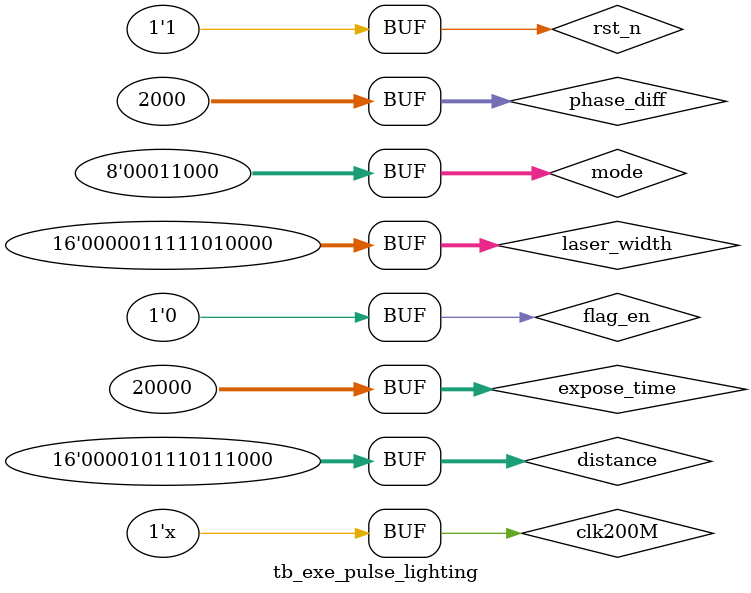
<source format=v>
`timescale 1ns / 1ps

module tb_exe_pulse_lighting(); 
   //ÏµÍ³ÐÅºÅ
    reg                     clk200M             ;           //200MÊ±ÖÓÊäÈë
    reg                     rst_n               ;           //¸´Î»£¬µÍµçÆ½ÓÐÐ§
    //ÃüÁîÊäÈë
    reg             [ 7:0]  mode                ;           //¹¤×÷Ä£Ê½
    reg             [15:0]  distance            ;           //¼¤¹â²â¾àÖµ(m)
    reg             [31:0]  phase_diff          ;           //ÏàÎ»Æ«²î(5ns)
    reg             [31:0]  expose_time         ;           //Ì½²âÆ÷ÆØ¹âÊ±³¤
    reg             [15:0]  laser_width         ;           //¼¤¹âÂö¿í
    reg                     flag_en             ;           //ÃüÁîÓÐÐ§±êÖ¾,¸ßµçÆ½ÓÐÐ§
    //¿ØÖÆÐÅºÅÊä³ö
    wire                    laser_ttl           ;           //¼¤¹â³öÉäÐÅºÅ
    wire                    SWIR_ttl            ;           //SWIRÆØ¹âÐÅºÅ

    //ÊµÀý»¯£ºexe_pusle_lighting
    exe_pusle_lighting exe_pusle_lighting_inst(
    //ÏµÍ³ÐÅºÅ
        .clk200M             (clk200M       ),          //200MÊ±ÖÓÊäÈë
        .rst_n               (rst_n         ),          //¸´Î»£¬µÍµçÆ½ÓÐÐ§
        //ÃüÁîÊäÈë
        .mode                (mode          ),          //¹¤×÷Ä£Ê½
        .distance            (distance      ),          //¼¤¹â²â¾àÖµ(m)
        .phase_diff          (phase_diff    ),          //ÏàÎ»Æ«²î(5ns)
        .expose_time         (expose_time   ),          //Ì½²âÆ÷ÆØ¹âÊ±³¤
        .laser_width         (laser_width   ),          //¼¤¹âÂö¿í
        .flag_en             (flag_en       ),          //ÃüÁîÓÐÐ§±êÖ¾,¸ßµçÆ½ÓÐÐ§
        //¿ØÖÆÐÅºÅÊä³ö
        .laser_ttl           (laser_ttl     ),          //¼¤¹â³öÉäÐÅºÅ
        .SWIR_ttl            (SWIR_ttl      )           //SWIRÆØ¹âÐÅºÅ
    );

    always #2.5 clk200M <= ~clk200M;                    //Ê±ÖÓÖÜÆÚ5ns£¬200MHz

    initial begin
        clk200M = 0;
        rst_n = 0;
        mode = 8'h00;
        distance = 16'h0000;
        phase_diff = 32'h0000_0000;
        expose_time = 32'h0000_0000;
        laser_width = 16'h0000;
        flag_en = 'b0;

        #100;                           //¸´Î»ÑÓ³Ù100ns
        rst_n = 1;

        
        cmd_debug_once_100us_10ms_20ms();   //µ÷ÊÔÓÃÄ£Ê½ÏÂ£¨¾àÀëÎÞÐ§£©£ºµ¥´Î£¬¼¤¹âÂö¿í100us£¬ÏàÎ»Æ«²î10ms£¬ ÆØ¹âÊ±³¤20ms
        #12_000_000;                        //12ms£¬µ¥´ÎÎ´½áÊø
        cmd_debug_once_100us_10ms_20ms();   //µ÷ÊÔÓÃÄ£Ê½ÏÂ£¨¾àÀëÎÞÐ§£©£ºµ¥´Î£¬¼¤¹âÂö¿í100us£¬ÏàÎ»Æ«²î10ms£¬ ÆØ¹âÊ±³¤20ms
        #19_000_000;        
        cmd_real_10Hz_10us_50us_100us();    //Êµ¼ÊÓÃÄ£Ê½ÏÂ£¨¾àÀë/c¼ÓÈëÏàÎ»²î£©£º10Hz£¬¼¤¹âÂö¿í10us£¬ÏàÎ»Æ«²î50us£¬ ÆØ¹âÊ±³¤100us
        #201_000_000;
        cmd_cycle_stop();                   //stop
        cmd_debug_once_10us_10us_100us();   //µ÷ÊÔÓÃÄ£Ê½ÏÂ£¨¾àÀëÎÞÐ§£©£ºµ¥´Î£¬¼¤¹âÂö¿í10us£¬ÏàÎ»Æ«²î10us£¬ ÆØ¹âÊ±³¤100us
    end

    //ÅäÖÃµ÷ÊÔÓÃÄ£Ê½ÏÂ£¨¾àÀëÎÞÐ§£©£ºµ¥´Î£¬¼¤¹âÂö¿í100us£¬ÏàÎ»Æ«²î10ms£¬ ÆØ¹âÊ±³¤20ms
    task cmd_debug_once_100us_10ms_20ms(); 
    begin
        mode = 8'h18;                   //µ÷ÊÔÓÃ,ÆµÂÊ£ºµ¥´Î
        distance = 16'd3000;            //¾àÀë£º3000  ÎÞÐ§
        laser_width = 16'd20_000;       //¼¤¹âÂö¿í:100us
        phase_diff = 32'd2_000_000;     //ÏàÎ»Æ«²î:10ms
        expose_time = 32'd4_000_000;    //ÆØ¹âÊ±³¤:20ms
        cmd_enable();                   //ÃüÁîÐ´Èë
    end endtask
    //ÅäÖÃµ÷ÊÔÓÃÄ£Ê½ÏÂ£¨¾àÀëÎÞÐ§£©£ºµ¥´Î£¬¼¤¹âÂö¿í10us£¬ÏàÎ»Æ«²î10us£¬ ÆØ¹âÊ±³¤100us
    task cmd_debug_once_10us_10us_100us(); 
    begin
        mode = 8'h18;                   //µ÷ÊÔÓÃ,ÆµÂÊ£ºµ¥´Î
        distance = 16'd3000;            //¾àÀë£º3000  ÎÞÐ§
        laser_width = 16'd2_000;        //¼¤¹âÂö¿í:10us
        phase_diff = 32'd2_000;         //ÏàÎ»Æ«²î:10us
        expose_time = 32'd20_000;       //ÆØ¹âÊ±³¤:100us
        cmd_enable();                   //ÃüÁîÐ´Èë
    end endtask
    //ÅäÖÃÊµ¼ÊÓÃÄ£Ê½ÏÂ£¨¾àÀë/c¼ÓÈëÏàÎ»²î£©£º10Hz£¬¼¤¹âÂö¿í10us£¬ÏàÎ»Æ«²î50us£¬ ÆØ¹âÊ±³¤100us
    task cmd_real_10Hz_10us_50us_100us();
    begin
        mode = 8'h13;                   //Êµ¼ÊÓÃ,ÆµÂÊ£ºµ¥´Î
        distance = 16'd3000;            //¾àÀë£º3000
        laser_width = 16'd2000;         //2000 * 5ns = 10us
        phase_diff = 32'd6000;          //ÏàÎ»Æ«²î: 6000 * 5ns = 30us£¬ ÕæÊµÏàÎ»²î = 30us + (distance*20/3)ns = 50us
        expose_time = 32'd20000;        //20000 * 5ns = 100us
        cmd_enable();                   //ÃüÁîÐ´Èë
    end endtask
    //ÖÜÆÚÄ£Ê½Í£Ö¹
    task cmd_cycle_stop();
    begin
        mode = 8'h1f;
        cmd_enable();                   //ÃüÁîÐ´Èë
    end endtask
    //ÃüÁîÐ´Èë
    task cmd_enable();
    begin
        flag_en = 'b1;
        #20;                            //20ns¸ßµçÆ½£¬flag_enÓÉuart_rx_cmdÄ£¿éÌá¹©£¬Ê±ÖÓclk50M
        flag_en = 'b0;
    end endtask





endmodule
</source>
